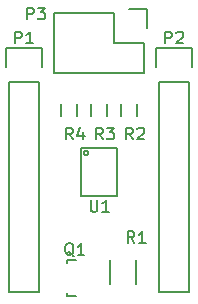
<source format=gbr>
G04 #@! TF.FileFunction,Legend,Top*
%FSLAX46Y46*%
G04 Gerber Fmt 4.6, Leading zero omitted, Abs format (unit mm)*
G04 Created by KiCad (PCBNEW no-vcs-found-product) date Wed 15 Jul 2015 01:59:35 AM PDT*
%MOMM*%
G01*
G04 APERTURE LIST*
%ADD10C,0.100000*%
%ADD11C,0.150000*%
G04 APERTURE END LIST*
D10*
D11*
X144077000Y-110760000D02*
X144077000Y-112760000D01*
X141927000Y-112760000D02*
X141927000Y-110760000D01*
X142240000Y-89789000D02*
X137160000Y-89789000D01*
X145060000Y-89509000D02*
X145060000Y-91059000D01*
X144780000Y-92329000D02*
X142240000Y-92329000D01*
X142240000Y-92329000D02*
X142240000Y-89789000D01*
X137160000Y-89789000D02*
X137160000Y-94869000D01*
X137160000Y-94869000D02*
X142240000Y-94869000D01*
X145060000Y-89509000D02*
X143510000Y-89509000D01*
X144780000Y-94869000D02*
X144780000Y-92329000D01*
X142240000Y-94869000D02*
X144780000Y-94869000D01*
X135890000Y-95631000D02*
X135890000Y-113411000D01*
X135890000Y-113411000D02*
X133350000Y-113411000D01*
X133350000Y-113411000D02*
X133350000Y-95631000D01*
X136170000Y-92811000D02*
X136170000Y-94361000D01*
X135890000Y-95631000D02*
X133350000Y-95631000D01*
X133070000Y-94361000D02*
X133070000Y-92811000D01*
X133070000Y-92811000D02*
X136170000Y-92811000D01*
X148590000Y-95631000D02*
X148590000Y-113411000D01*
X148590000Y-113411000D02*
X146050000Y-113411000D01*
X146050000Y-113411000D02*
X146050000Y-95631000D01*
X148870000Y-92811000D02*
X148870000Y-94361000D01*
X148590000Y-95631000D02*
X146050000Y-95631000D01*
X145770000Y-94361000D02*
X145770000Y-92811000D01*
X145770000Y-92811000D02*
X148870000Y-92811000D01*
X138287760Y-110968840D02*
X138287760Y-111017100D01*
X138988800Y-113767820D02*
X138287760Y-113767820D01*
X138287760Y-113767820D02*
X138287760Y-113518900D01*
X138287760Y-110968840D02*
X138287760Y-110768180D01*
X138287760Y-110768180D02*
X138988800Y-110768180D01*
X142835000Y-98544000D02*
X142835000Y-97544000D01*
X144185000Y-97544000D02*
X144185000Y-98544000D01*
X140295000Y-98544000D02*
X140295000Y-97544000D01*
X141645000Y-97544000D02*
X141645000Y-98544000D01*
X137755000Y-98544000D02*
X137755000Y-97544000D01*
X139105000Y-97544000D02*
X139105000Y-98544000D01*
X140092200Y-101676400D02*
G75*
G03X140092200Y-101676400I-200000J0D01*
G01*
X139452200Y-101256400D02*
X142472200Y-101256400D01*
X142472200Y-101256400D02*
X142472200Y-105286400D01*
X142472200Y-105286400D02*
X139452200Y-105286400D01*
X139452200Y-105286400D02*
X139452200Y-101256400D01*
X143978334Y-109291381D02*
X143645000Y-108815190D01*
X143406905Y-109291381D02*
X143406905Y-108291381D01*
X143787858Y-108291381D01*
X143883096Y-108339000D01*
X143930715Y-108386619D01*
X143978334Y-108481857D01*
X143978334Y-108624714D01*
X143930715Y-108719952D01*
X143883096Y-108767571D01*
X143787858Y-108815190D01*
X143406905Y-108815190D01*
X144930715Y-109291381D02*
X144359286Y-109291381D01*
X144645000Y-109291381D02*
X144645000Y-108291381D01*
X144549762Y-108434238D01*
X144454524Y-108529476D01*
X144359286Y-108577095D01*
X134897905Y-90368381D02*
X134897905Y-89368381D01*
X135278858Y-89368381D01*
X135374096Y-89416000D01*
X135421715Y-89463619D01*
X135469334Y-89558857D01*
X135469334Y-89701714D01*
X135421715Y-89796952D01*
X135374096Y-89844571D01*
X135278858Y-89892190D01*
X134897905Y-89892190D01*
X135802667Y-89368381D02*
X136421715Y-89368381D01*
X136088381Y-89749333D01*
X136231239Y-89749333D01*
X136326477Y-89796952D01*
X136374096Y-89844571D01*
X136421715Y-89939810D01*
X136421715Y-90177905D01*
X136374096Y-90273143D01*
X136326477Y-90320762D01*
X136231239Y-90368381D01*
X135945524Y-90368381D01*
X135850286Y-90320762D01*
X135802667Y-90273143D01*
X133881905Y-92400381D02*
X133881905Y-91400381D01*
X134262858Y-91400381D01*
X134358096Y-91448000D01*
X134405715Y-91495619D01*
X134453334Y-91590857D01*
X134453334Y-91733714D01*
X134405715Y-91828952D01*
X134358096Y-91876571D01*
X134262858Y-91924190D01*
X133881905Y-91924190D01*
X135405715Y-92400381D02*
X134834286Y-92400381D01*
X135120000Y-92400381D02*
X135120000Y-91400381D01*
X135024762Y-91543238D01*
X134929524Y-91638476D01*
X134834286Y-91686095D01*
X146581905Y-92400381D02*
X146581905Y-91400381D01*
X146962858Y-91400381D01*
X147058096Y-91448000D01*
X147105715Y-91495619D01*
X147153334Y-91590857D01*
X147153334Y-91733714D01*
X147105715Y-91828952D01*
X147058096Y-91876571D01*
X146962858Y-91924190D01*
X146581905Y-91924190D01*
X147534286Y-91495619D02*
X147581905Y-91448000D01*
X147677143Y-91400381D01*
X147915239Y-91400381D01*
X148010477Y-91448000D01*
X148058096Y-91495619D01*
X148105715Y-91590857D01*
X148105715Y-91686095D01*
X148058096Y-91828952D01*
X147486667Y-92400381D01*
X148105715Y-92400381D01*
X138842762Y-110402619D02*
X138747524Y-110355000D01*
X138652286Y-110259762D01*
X138509429Y-110116905D01*
X138414190Y-110069286D01*
X138318952Y-110069286D01*
X138366571Y-110307381D02*
X138271333Y-110259762D01*
X138176095Y-110164524D01*
X138128476Y-109974048D01*
X138128476Y-109640714D01*
X138176095Y-109450238D01*
X138271333Y-109355000D01*
X138366571Y-109307381D01*
X138557048Y-109307381D01*
X138652286Y-109355000D01*
X138747524Y-109450238D01*
X138795143Y-109640714D01*
X138795143Y-109974048D01*
X138747524Y-110164524D01*
X138652286Y-110259762D01*
X138557048Y-110307381D01*
X138366571Y-110307381D01*
X139747524Y-110307381D02*
X139176095Y-110307381D01*
X139461809Y-110307381D02*
X139461809Y-109307381D01*
X139366571Y-109450238D01*
X139271333Y-109545476D01*
X139176095Y-109593095D01*
X143851334Y-100528381D02*
X143518000Y-100052190D01*
X143279905Y-100528381D02*
X143279905Y-99528381D01*
X143660858Y-99528381D01*
X143756096Y-99576000D01*
X143803715Y-99623619D01*
X143851334Y-99718857D01*
X143851334Y-99861714D01*
X143803715Y-99956952D01*
X143756096Y-100004571D01*
X143660858Y-100052190D01*
X143279905Y-100052190D01*
X144232286Y-99623619D02*
X144279905Y-99576000D01*
X144375143Y-99528381D01*
X144613239Y-99528381D01*
X144708477Y-99576000D01*
X144756096Y-99623619D01*
X144803715Y-99718857D01*
X144803715Y-99814095D01*
X144756096Y-99956952D01*
X144184667Y-100528381D01*
X144803715Y-100528381D01*
X141311334Y-100528381D02*
X140978000Y-100052190D01*
X140739905Y-100528381D02*
X140739905Y-99528381D01*
X141120858Y-99528381D01*
X141216096Y-99576000D01*
X141263715Y-99623619D01*
X141311334Y-99718857D01*
X141311334Y-99861714D01*
X141263715Y-99956952D01*
X141216096Y-100004571D01*
X141120858Y-100052190D01*
X140739905Y-100052190D01*
X141644667Y-99528381D02*
X142263715Y-99528381D01*
X141930381Y-99909333D01*
X142073239Y-99909333D01*
X142168477Y-99956952D01*
X142216096Y-100004571D01*
X142263715Y-100099810D01*
X142263715Y-100337905D01*
X142216096Y-100433143D01*
X142168477Y-100480762D01*
X142073239Y-100528381D01*
X141787524Y-100528381D01*
X141692286Y-100480762D01*
X141644667Y-100433143D01*
X138771334Y-100528381D02*
X138438000Y-100052190D01*
X138199905Y-100528381D02*
X138199905Y-99528381D01*
X138580858Y-99528381D01*
X138676096Y-99576000D01*
X138723715Y-99623619D01*
X138771334Y-99718857D01*
X138771334Y-99861714D01*
X138723715Y-99956952D01*
X138676096Y-100004571D01*
X138580858Y-100052190D01*
X138199905Y-100052190D01*
X139628477Y-99861714D02*
X139628477Y-100528381D01*
X139390381Y-99480762D02*
X139152286Y-100195048D01*
X139771334Y-100195048D01*
X140258895Y-105649781D02*
X140258895Y-106459305D01*
X140306514Y-106554543D01*
X140354133Y-106602162D01*
X140449371Y-106649781D01*
X140639848Y-106649781D01*
X140735086Y-106602162D01*
X140782705Y-106554543D01*
X140830324Y-106459305D01*
X140830324Y-105649781D01*
X141830324Y-106649781D02*
X141258895Y-106649781D01*
X141544609Y-106649781D02*
X141544609Y-105649781D01*
X141449371Y-105792638D01*
X141354133Y-105887876D01*
X141258895Y-105935495D01*
M02*

</source>
